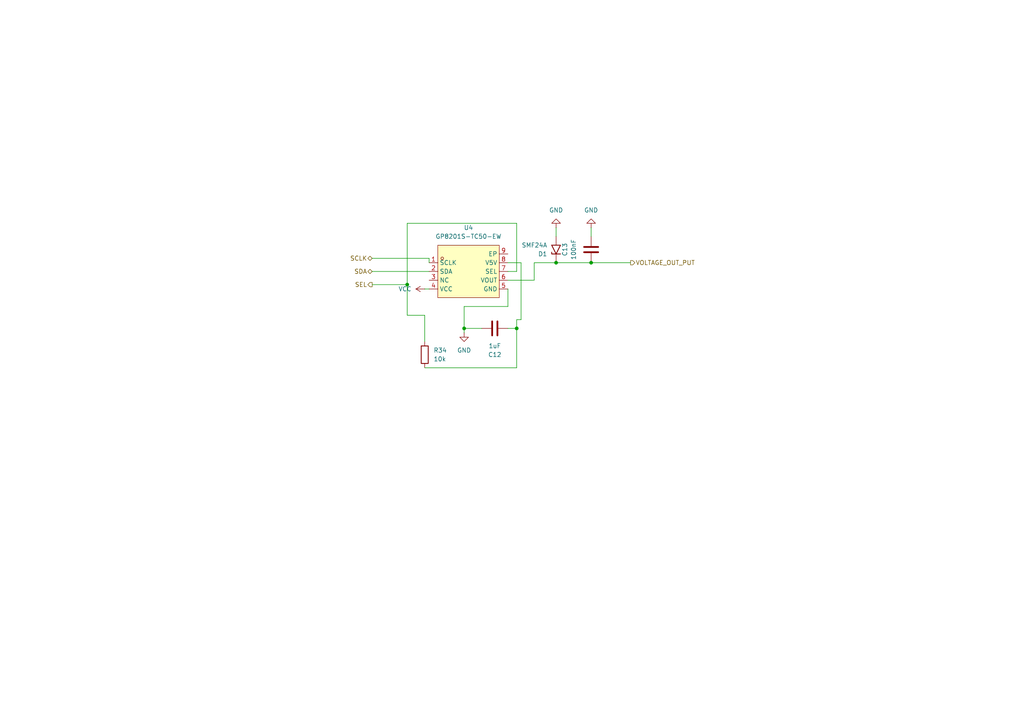
<source format=kicad_sch>
(kicad_sch
	(version 20250114)
	(generator "eeschema")
	(generator_version "9.0")
	(uuid "fa7e2a1f-5336-4079-a061-fb53b45f2363")
	(paper "A4")
	(lib_symbols
		(symbol "Device:C"
			(pin_numbers
				(hide yes)
			)
			(pin_names
				(offset 0.254)
			)
			(exclude_from_sim no)
			(in_bom yes)
			(on_board yes)
			(property "Reference" "C"
				(at 0.635 2.54 0)
				(effects
					(font
						(size 1.27 1.27)
					)
					(justify left)
				)
			)
			(property "Value" "C"
				(at 0.635 -2.54 0)
				(effects
					(font
						(size 1.27 1.27)
					)
					(justify left)
				)
			)
			(property "Footprint" ""
				(at 0.9652 -3.81 0)
				(effects
					(font
						(size 1.27 1.27)
					)
					(hide yes)
				)
			)
			(property "Datasheet" "~"
				(at 0 0 0)
				(effects
					(font
						(size 1.27 1.27)
					)
					(hide yes)
				)
			)
			(property "Description" "Unpolarized capacitor"
				(at 0 0 0)
				(effects
					(font
						(size 1.27 1.27)
					)
					(hide yes)
				)
			)
			(property "ki_keywords" "cap capacitor"
				(at 0 0 0)
				(effects
					(font
						(size 1.27 1.27)
					)
					(hide yes)
				)
			)
			(property "ki_fp_filters" "C_*"
				(at 0 0 0)
				(effects
					(font
						(size 1.27 1.27)
					)
					(hide yes)
				)
			)
			(symbol "C_0_1"
				(polyline
					(pts
						(xy -2.032 0.762) (xy 2.032 0.762)
					)
					(stroke
						(width 0.508)
						(type default)
					)
					(fill
						(type none)
					)
				)
				(polyline
					(pts
						(xy -2.032 -0.762) (xy 2.032 -0.762)
					)
					(stroke
						(width 0.508)
						(type default)
					)
					(fill
						(type none)
					)
				)
			)
			(symbol "C_1_1"
				(pin passive line
					(at 0 3.81 270)
					(length 2.794)
					(name "~"
						(effects
							(font
								(size 1.27 1.27)
							)
						)
					)
					(number "1"
						(effects
							(font
								(size 1.27 1.27)
							)
						)
					)
				)
				(pin passive line
					(at 0 -3.81 90)
					(length 2.794)
					(name "~"
						(effects
							(font
								(size 1.27 1.27)
							)
						)
					)
					(number "2"
						(effects
							(font
								(size 1.27 1.27)
							)
						)
					)
				)
			)
			(embedded_fonts no)
		)
		(symbol "Device:R"
			(pin_numbers
				(hide yes)
			)
			(pin_names
				(offset 0)
			)
			(exclude_from_sim no)
			(in_bom yes)
			(on_board yes)
			(property "Reference" "R"
				(at 2.032 0 90)
				(effects
					(font
						(size 1.27 1.27)
					)
				)
			)
			(property "Value" "R"
				(at 0 0 90)
				(effects
					(font
						(size 1.27 1.27)
					)
				)
			)
			(property "Footprint" ""
				(at -1.778 0 90)
				(effects
					(font
						(size 1.27 1.27)
					)
					(hide yes)
				)
			)
			(property "Datasheet" "~"
				(at 0 0 0)
				(effects
					(font
						(size 1.27 1.27)
					)
					(hide yes)
				)
			)
			(property "Description" "Resistor"
				(at 0 0 0)
				(effects
					(font
						(size 1.27 1.27)
					)
					(hide yes)
				)
			)
			(property "ki_keywords" "R res resistor"
				(at 0 0 0)
				(effects
					(font
						(size 1.27 1.27)
					)
					(hide yes)
				)
			)
			(property "ki_fp_filters" "R_*"
				(at 0 0 0)
				(effects
					(font
						(size 1.27 1.27)
					)
					(hide yes)
				)
			)
			(symbol "R_0_1"
				(rectangle
					(start -1.016 -2.54)
					(end 1.016 2.54)
					(stroke
						(width 0.254)
						(type default)
					)
					(fill
						(type none)
					)
				)
			)
			(symbol "R_1_1"
				(pin passive line
					(at 0 3.81 270)
					(length 1.27)
					(name "~"
						(effects
							(font
								(size 1.27 1.27)
							)
						)
					)
					(number "1"
						(effects
							(font
								(size 1.27 1.27)
							)
						)
					)
				)
				(pin passive line
					(at 0 -3.81 90)
					(length 1.27)
					(name "~"
						(effects
							(font
								(size 1.27 1.27)
							)
						)
					)
					(number "2"
						(effects
							(font
								(size 1.27 1.27)
							)
						)
					)
				)
			)
			(embedded_fonts no)
		)
		(symbol "Diode:SMF24A"
			(pin_numbers
				(hide yes)
			)
			(pin_names
				(offset 1.016)
				(hide yes)
			)
			(exclude_from_sim no)
			(in_bom yes)
			(on_board yes)
			(property "Reference" "D"
				(at 0 2.54 0)
				(effects
					(font
						(size 1.27 1.27)
					)
				)
			)
			(property "Value" "SMF24A"
				(at 0 -2.54 0)
				(effects
					(font
						(size 1.27 1.27)
					)
				)
			)
			(property "Footprint" "Diode_SMD:D_SMF"
				(at 0 -5.08 0)
				(effects
					(font
						(size 1.27 1.27)
					)
					(hide yes)
				)
			)
			(property "Datasheet" "https://www.vishay.com/doc?85881"
				(at -1.27 0 0)
				(effects
					(font
						(size 1.27 1.27)
					)
					(hide yes)
				)
			)
			(property "Description" "200W unidirectional Transil Transient Voltage Suppressor, 24Vrwm, SMF"
				(at 0 0 0)
				(effects
					(font
						(size 1.27 1.27)
					)
					(hide yes)
				)
			)
			(property "ki_keywords" "diode TVS voltage suppressor"
				(at 0 0 0)
				(effects
					(font
						(size 1.27 1.27)
					)
					(hide yes)
				)
			)
			(property "ki_fp_filters" "D*SMF*"
				(at 0 0 0)
				(effects
					(font
						(size 1.27 1.27)
					)
					(hide yes)
				)
			)
			(symbol "SMF24A_0_1"
				(polyline
					(pts
						(xy -0.762 1.27) (xy -1.27 1.27) (xy -1.27 -1.27)
					)
					(stroke
						(width 0.254)
						(type default)
					)
					(fill
						(type none)
					)
				)
				(polyline
					(pts
						(xy 1.27 1.27) (xy 1.27 -1.27) (xy -1.27 0) (xy 1.27 1.27)
					)
					(stroke
						(width 0.254)
						(type default)
					)
					(fill
						(type none)
					)
				)
			)
			(symbol "SMF24A_1_1"
				(pin passive line
					(at -3.81 0 0)
					(length 2.54)
					(name "A1"
						(effects
							(font
								(size 1.27 1.27)
							)
						)
					)
					(number "1"
						(effects
							(font
								(size 1.27 1.27)
							)
						)
					)
				)
				(pin passive line
					(at 3.81 0 180)
					(length 2.54)
					(name "A2"
						(effects
							(font
								(size 1.27 1.27)
							)
						)
					)
					(number "2"
						(effects
							(font
								(size 1.27 1.27)
							)
						)
					)
				)
			)
			(embedded_fonts no)
		)
		(symbol "easyeda2kicad:GP8201S-TC50-EW"
			(exclude_from_sim no)
			(in_bom yes)
			(on_board yes)
			(property "Reference" "U"
				(at 0 10.16 0)
				(effects
					(font
						(size 1.27 1.27)
					)
				)
			)
			(property "Value" "GP8201S-TC50-EW"
				(at 0 -10.16 0)
				(effects
					(font
						(size 1.27 1.27)
					)
				)
			)
			(property "Footprint" "easyeda2kicad:ESOP-8_L4.9-W3.9-P1.27-LS6.0-BL-EP"
				(at 0 -12.7 0)
				(effects
					(font
						(size 1.27 1.27)
					)
					(hide yes)
				)
			)
			(property "Datasheet" ""
				(at 0 0 0)
				(effects
					(font
						(size 1.27 1.27)
					)
					(hide yes)
				)
			)
			(property "Description" ""
				(at 0 0 0)
				(effects
					(font
						(size 1.27 1.27)
					)
					(hide yes)
				)
			)
			(property "LCSC Part" "C5240058"
				(at 0 -15.24 0)
				(effects
					(font
						(size 1.27 1.27)
					)
					(hide yes)
				)
			)
			(symbol "GP8201S-TC50-EW_0_1"
				(rectangle
					(start -8.89 7.62)
					(end 8.89 -7.62)
					(stroke
						(width 0)
						(type default)
					)
					(fill
						(type background)
					)
				)
				(circle
					(center -7.62 3.81)
					(radius 0.38)
					(stroke
						(width 0)
						(type default)
					)
					(fill
						(type none)
					)
				)
				(pin unspecified line
					(at -11.43 2.54 0)
					(length 2.54)
					(name "SCLK"
						(effects
							(font
								(size 1.27 1.27)
							)
						)
					)
					(number "1"
						(effects
							(font
								(size 1.27 1.27)
							)
						)
					)
				)
				(pin unspecified line
					(at -11.43 0 0)
					(length 2.54)
					(name "SDA"
						(effects
							(font
								(size 1.27 1.27)
							)
						)
					)
					(number "2"
						(effects
							(font
								(size 1.27 1.27)
							)
						)
					)
				)
				(pin unspecified line
					(at -11.43 -2.54 0)
					(length 2.54)
					(name "NC"
						(effects
							(font
								(size 1.27 1.27)
							)
						)
					)
					(number "3"
						(effects
							(font
								(size 1.27 1.27)
							)
						)
					)
				)
				(pin unspecified line
					(at -11.43 -5.08 0)
					(length 2.54)
					(name "VCC"
						(effects
							(font
								(size 1.27 1.27)
							)
						)
					)
					(number "4"
						(effects
							(font
								(size 1.27 1.27)
							)
						)
					)
				)
				(pin unspecified line
					(at 11.43 5.08 180)
					(length 2.54)
					(name "EP"
						(effects
							(font
								(size 1.27 1.27)
							)
						)
					)
					(number "9"
						(effects
							(font
								(size 1.27 1.27)
							)
						)
					)
				)
				(pin unspecified line
					(at 11.43 2.54 180)
					(length 2.54)
					(name "V5V"
						(effects
							(font
								(size 1.27 1.27)
							)
						)
					)
					(number "8"
						(effects
							(font
								(size 1.27 1.27)
							)
						)
					)
				)
				(pin unspecified line
					(at 11.43 0 180)
					(length 2.54)
					(name "SEL"
						(effects
							(font
								(size 1.27 1.27)
							)
						)
					)
					(number "7"
						(effects
							(font
								(size 1.27 1.27)
							)
						)
					)
				)
				(pin unspecified line
					(at 11.43 -2.54 180)
					(length 2.54)
					(name "VOUT"
						(effects
							(font
								(size 1.27 1.27)
							)
						)
					)
					(number "6"
						(effects
							(font
								(size 1.27 1.27)
							)
						)
					)
				)
				(pin unspecified line
					(at 11.43 -5.08 180)
					(length 2.54)
					(name "GND"
						(effects
							(font
								(size 1.27 1.27)
							)
						)
					)
					(number "5"
						(effects
							(font
								(size 1.27 1.27)
							)
						)
					)
				)
			)
			(embedded_fonts no)
		)
		(symbol "power:GND"
			(power)
			(pin_numbers
				(hide yes)
			)
			(pin_names
				(offset 0)
				(hide yes)
			)
			(exclude_from_sim no)
			(in_bom yes)
			(on_board yes)
			(property "Reference" "#PWR"
				(at 0 -6.35 0)
				(effects
					(font
						(size 1.27 1.27)
					)
					(hide yes)
				)
			)
			(property "Value" "GND"
				(at 0 -3.81 0)
				(effects
					(font
						(size 1.27 1.27)
					)
				)
			)
			(property "Footprint" ""
				(at 0 0 0)
				(effects
					(font
						(size 1.27 1.27)
					)
					(hide yes)
				)
			)
			(property "Datasheet" ""
				(at 0 0 0)
				(effects
					(font
						(size 1.27 1.27)
					)
					(hide yes)
				)
			)
			(property "Description" "Power symbol creates a global label with name \"GND\" , ground"
				(at 0 0 0)
				(effects
					(font
						(size 1.27 1.27)
					)
					(hide yes)
				)
			)
			(property "ki_keywords" "global power"
				(at 0 0 0)
				(effects
					(font
						(size 1.27 1.27)
					)
					(hide yes)
				)
			)
			(symbol "GND_0_1"
				(polyline
					(pts
						(xy 0 0) (xy 0 -1.27) (xy 1.27 -1.27) (xy 0 -2.54) (xy -1.27 -1.27) (xy 0 -1.27)
					)
					(stroke
						(width 0)
						(type default)
					)
					(fill
						(type none)
					)
				)
			)
			(symbol "GND_1_1"
				(pin power_in line
					(at 0 0 270)
					(length 0)
					(name "~"
						(effects
							(font
								(size 1.27 1.27)
							)
						)
					)
					(number "1"
						(effects
							(font
								(size 1.27 1.27)
							)
						)
					)
				)
			)
			(embedded_fonts no)
		)
		(symbol "power:VCC"
			(power)
			(pin_numbers
				(hide yes)
			)
			(pin_names
				(offset 0)
				(hide yes)
			)
			(exclude_from_sim no)
			(in_bom yes)
			(on_board yes)
			(property "Reference" "#PWR"
				(at 0 -3.81 0)
				(effects
					(font
						(size 1.27 1.27)
					)
					(hide yes)
				)
			)
			(property "Value" "VCC"
				(at 0 3.556 0)
				(effects
					(font
						(size 1.27 1.27)
					)
				)
			)
			(property "Footprint" ""
				(at 0 0 0)
				(effects
					(font
						(size 1.27 1.27)
					)
					(hide yes)
				)
			)
			(property "Datasheet" ""
				(at 0 0 0)
				(effects
					(font
						(size 1.27 1.27)
					)
					(hide yes)
				)
			)
			(property "Description" "Power symbol creates a global label with name \"VCC\""
				(at 0 0 0)
				(effects
					(font
						(size 1.27 1.27)
					)
					(hide yes)
				)
			)
			(property "ki_keywords" "global power"
				(at 0 0 0)
				(effects
					(font
						(size 1.27 1.27)
					)
					(hide yes)
				)
			)
			(symbol "VCC_0_1"
				(polyline
					(pts
						(xy -0.762 1.27) (xy 0 2.54)
					)
					(stroke
						(width 0)
						(type default)
					)
					(fill
						(type none)
					)
				)
				(polyline
					(pts
						(xy 0 2.54) (xy 0.762 1.27)
					)
					(stroke
						(width 0)
						(type default)
					)
					(fill
						(type none)
					)
				)
				(polyline
					(pts
						(xy 0 0) (xy 0 2.54)
					)
					(stroke
						(width 0)
						(type default)
					)
					(fill
						(type none)
					)
				)
			)
			(symbol "VCC_1_1"
				(pin power_in line
					(at 0 0 90)
					(length 0)
					(name "~"
						(effects
							(font
								(size 1.27 1.27)
							)
						)
					)
					(number "1"
						(effects
							(font
								(size 1.27 1.27)
							)
						)
					)
				)
			)
			(embedded_fonts no)
		)
	)
	(junction
		(at 134.62 95.25)
		(diameter 0)
		(color 0 0 0 0)
		(uuid "265c70d7-3ae4-48b8-91c5-c4793578b0c1")
	)
	(junction
		(at 161.29 76.2)
		(diameter 0)
		(color 0 0 0 0)
		(uuid "56482499-12c4-47ea-b910-2b3f4abde378")
	)
	(junction
		(at 171.45 76.2)
		(diameter 0)
		(color 0 0 0 0)
		(uuid "6dc8dea1-10ce-4af5-abf5-67a8399a08e8")
	)
	(junction
		(at 118.11 82.55)
		(diameter 0)
		(color 0 0 0 0)
		(uuid "8b4cf018-ee31-4a0a-9c25-90f86501a962")
	)
	(junction
		(at 149.86 95.25)
		(diameter 0)
		(color 0 0 0 0)
		(uuid "fc242f7d-22f1-4e48-b847-a34ce7fdd8a0")
	)
	(wire
		(pts
			(xy 123.19 99.06) (xy 123.19 91.44)
		)
		(stroke
			(width 0)
			(type default)
		)
		(uuid "07a52169-a01b-401a-a1d7-5805a346cae0")
	)
	(wire
		(pts
			(xy 171.45 76.2) (xy 161.29 76.2)
		)
		(stroke
			(width 0)
			(type default)
		)
		(uuid "0b3ba220-f9ae-40eb-925a-b4816a4cd9ff")
	)
	(wire
		(pts
			(xy 123.19 91.44) (xy 118.11 91.44)
		)
		(stroke
			(width 0)
			(type default)
		)
		(uuid "1550781d-d2a0-40c4-b1b3-c7a663b5a04f")
	)
	(wire
		(pts
			(xy 124.46 74.93) (xy 124.46 76.2)
		)
		(stroke
			(width 0)
			(type default)
		)
		(uuid "16f4415a-ee24-43eb-9fc4-fbd76fc22137")
	)
	(wire
		(pts
			(xy 107.95 78.74) (xy 124.46 78.74)
		)
		(stroke
			(width 0)
			(type default)
		)
		(uuid "233f10fe-e6c9-4ec0-b0ac-8ec19b422e12")
	)
	(wire
		(pts
			(xy 147.32 78.74) (xy 149.86 78.74)
		)
		(stroke
			(width 0)
			(type default)
		)
		(uuid "3619272b-ffce-4deb-8767-314c5eb06222")
	)
	(wire
		(pts
			(xy 118.11 64.77) (xy 118.11 82.55)
		)
		(stroke
			(width 0)
			(type default)
		)
		(uuid "440b2f45-0362-42d9-a6d5-48e56d68aa61")
	)
	(wire
		(pts
			(xy 123.19 83.82) (xy 124.46 83.82)
		)
		(stroke
			(width 0)
			(type default)
		)
		(uuid "4c05b589-213c-4a24-a2f7-35b12dba4db2")
	)
	(wire
		(pts
			(xy 134.62 95.25) (xy 139.7 95.25)
		)
		(stroke
			(width 0)
			(type default)
		)
		(uuid "51a8b2eb-d2dd-4a53-889f-9afad0da8040")
	)
	(wire
		(pts
			(xy 107.95 74.93) (xy 124.46 74.93)
		)
		(stroke
			(width 0)
			(type default)
		)
		(uuid "56257806-d901-4c8f-8e0a-65fa4c3fa7f0")
	)
	(wire
		(pts
			(xy 134.62 95.25) (xy 134.62 96.52)
		)
		(stroke
			(width 0)
			(type default)
		)
		(uuid "56d6f1a5-90fa-4a04-bf5c-5c376e14327d")
	)
	(wire
		(pts
			(xy 151.13 92.71) (xy 149.86 92.71)
		)
		(stroke
			(width 0)
			(type default)
		)
		(uuid "5a6f5f17-5b2d-4252-99b9-e1435f040791")
	)
	(wire
		(pts
			(xy 154.94 76.2) (xy 161.29 76.2)
		)
		(stroke
			(width 0)
			(type default)
		)
		(uuid "5b49f258-87f1-4e3f-b022-4e519e61d0bf")
	)
	(wire
		(pts
			(xy 147.32 76.2) (xy 151.13 76.2)
		)
		(stroke
			(width 0)
			(type default)
		)
		(uuid "6409fcca-6ea7-4b8c-b4ee-41f40b79cbb0")
	)
	(wire
		(pts
			(xy 154.94 81.28) (xy 154.94 76.2)
		)
		(stroke
			(width 0)
			(type default)
		)
		(uuid "6825babc-f29e-4bfc-b1df-5d277d497183")
	)
	(wire
		(pts
			(xy 149.86 95.25) (xy 149.86 106.68)
		)
		(stroke
			(width 0)
			(type default)
		)
		(uuid "6d7f798f-d0f4-4002-861f-795de1736fdc")
	)
	(wire
		(pts
			(xy 171.45 76.2) (xy 182.88 76.2)
		)
		(stroke
			(width 0)
			(type default)
		)
		(uuid "704013f4-a974-40ba-97f7-d3af4606d128")
	)
	(wire
		(pts
			(xy 149.86 78.74) (xy 149.86 64.77)
		)
		(stroke
			(width 0)
			(type default)
		)
		(uuid "80d86492-98d4-437e-a85a-1ccdeee2cba3")
	)
	(wire
		(pts
			(xy 149.86 64.77) (xy 118.11 64.77)
		)
		(stroke
			(width 0)
			(type default)
		)
		(uuid "906f2070-2754-47ab-95f4-7c05083b9b8e")
	)
	(wire
		(pts
			(xy 118.11 82.55) (xy 107.95 82.55)
		)
		(stroke
			(width 0)
			(type default)
		)
		(uuid "90bff5db-d2c9-4a4e-a188-01459849fea7")
	)
	(wire
		(pts
			(xy 118.11 91.44) (xy 118.11 82.55)
		)
		(stroke
			(width 0)
			(type default)
		)
		(uuid "9262e56a-733c-440f-ae21-a0df23e45c8b")
	)
	(wire
		(pts
			(xy 147.32 95.25) (xy 149.86 95.25)
		)
		(stroke
			(width 0)
			(type default)
		)
		(uuid "96ca1f1e-0880-43cf-898d-581c7221af5f")
	)
	(wire
		(pts
			(xy 161.29 68.58) (xy 161.29 66.04)
		)
		(stroke
			(width 0)
			(type default)
		)
		(uuid "a44dbefa-fa29-4ac8-b49d-12838ce2919b")
	)
	(wire
		(pts
			(xy 123.19 106.68) (xy 149.86 106.68)
		)
		(stroke
			(width 0)
			(type default)
		)
		(uuid "a7bf3565-31e1-4f22-bbad-a450be628908")
	)
	(wire
		(pts
			(xy 134.62 88.9) (xy 134.62 95.25)
		)
		(stroke
			(width 0)
			(type default)
		)
		(uuid "a82dd4fa-e7df-4811-9d44-d35209afbc4e")
	)
	(wire
		(pts
			(xy 147.32 83.82) (xy 147.32 88.9)
		)
		(stroke
			(width 0)
			(type default)
		)
		(uuid "b25b259a-cfa2-4ec8-b142-920e50e319ae")
	)
	(wire
		(pts
			(xy 134.62 88.9) (xy 147.32 88.9)
		)
		(stroke
			(width 0)
			(type default)
		)
		(uuid "b77b5b2d-58f4-46df-b0c1-b18dbd585d85")
	)
	(wire
		(pts
			(xy 147.32 81.28) (xy 154.94 81.28)
		)
		(stroke
			(width 0)
			(type default)
		)
		(uuid "bc7fe003-c8c7-49a5-98f0-1adbb30d3e41")
	)
	(wire
		(pts
			(xy 151.13 76.2) (xy 151.13 92.71)
		)
		(stroke
			(width 0)
			(type default)
		)
		(uuid "c2c6a4ac-8b33-4f7d-aed0-34b1cea9757e")
	)
	(wire
		(pts
			(xy 171.45 68.58) (xy 171.45 66.04)
		)
		(stroke
			(width 0)
			(type default)
		)
		(uuid "ca3ecc29-8aee-4c69-b451-e5226eae3a3d")
	)
	(wire
		(pts
			(xy 149.86 92.71) (xy 149.86 95.25)
		)
		(stroke
			(width 0)
			(type default)
		)
		(uuid "d364f0b6-b595-4cca-a457-039a9af3a249")
	)
	(hierarchical_label "VOLTAGE_OUT_PUT"
		(shape output)
		(at 182.88 76.2 0)
		(effects
			(font
				(size 1.27 1.27)
			)
			(justify left)
		)
		(uuid "2dffbdf9-74f6-4a9a-90b5-5fc2ac3a7581")
	)
	(hierarchical_label "SEL"
		(shape output)
		(at 107.95 82.55 180)
		(effects
			(font
				(size 1.27 1.27)
			)
			(justify right)
		)
		(uuid "77a073ae-aa18-40d9-87cf-1d9ec6bd8856")
	)
	(hierarchical_label "SCLK"
		(shape bidirectional)
		(at 107.95 74.93 180)
		(effects
			(font
				(size 1.27 1.27)
			)
			(justify right)
		)
		(uuid "abd463f8-fd7d-4721-bd8a-29ed45bd0846")
	)
	(hierarchical_label "SDA"
		(shape bidirectional)
		(at 107.95 78.74 180)
		(effects
			(font
				(size 1.27 1.27)
			)
			(justify right)
		)
		(uuid "efd470ed-541c-4107-aa57-47fa493ff302")
	)
	(symbol
		(lib_id "power:GND")
		(at 134.62 96.52 0)
		(unit 1)
		(exclude_from_sim no)
		(in_bom yes)
		(on_board yes)
		(dnp no)
		(fields_autoplaced yes)
		(uuid "0d36b151-1690-4e53-ac0a-4b56dace1e06")
		(property "Reference" "#PWR064"
			(at 134.62 102.87 0)
			(effects
				(font
					(size 1.27 1.27)
				)
				(hide yes)
			)
		)
		(property "Value" "GND"
			(at 134.62 101.6 0)
			(effects
				(font
					(size 1.27 1.27)
				)
			)
		)
		(property "Footprint" ""
			(at 134.62 96.52 0)
			(effects
				(font
					(size 1.27 1.27)
				)
				(hide yes)
			)
		)
		(property "Datasheet" ""
			(at 134.62 96.52 0)
			(effects
				(font
					(size 1.27 1.27)
				)
				(hide yes)
			)
		)
		(property "Description" "Power symbol creates a global label with name \"GND\" , ground"
			(at 134.62 96.52 0)
			(effects
				(font
					(size 1.27 1.27)
				)
				(hide yes)
			)
		)
		(pin "1"
			(uuid "6ae02edb-08f9-405c-a30d-29f52d2ca84d")
		)
		(instances
			(project "NIVARA PROJECT"
				(path "/dc6fb271-dfd0-4448-98f1-862b1cc93a80/2ca62569-d560-4cca-9470-52fd378086ae/4c56bdff-2384-434c-a91f-ac1414e948f2"
					(reference "#PWR064")
					(unit 1)
				)
			)
		)
	)
	(symbol
		(lib_id "easyeda2kicad:GP8201S-TC50-EW")
		(at 135.89 78.74 0)
		(unit 1)
		(exclude_from_sim no)
		(in_bom yes)
		(on_board yes)
		(dnp no)
		(fields_autoplaced yes)
		(uuid "0ead224c-e13a-43bc-81b4-9d60703df71e")
		(property "Reference" "U4"
			(at 135.89 66.04 0)
			(effects
				(font
					(size 1.27 1.27)
				)
			)
		)
		(property "Value" "GP8201S-TC50-EW"
			(at 135.89 68.58 0)
			(effects
				(font
					(size 1.27 1.27)
				)
			)
		)
		(property "Footprint" "easyeda2kicad:ESOP-8_L4.9-W3.9-P1.27-LS6.0-BL-EP"
			(at 135.89 91.44 0)
			(effects
				(font
					(size 1.27 1.27)
				)
				(hide yes)
			)
		)
		(property "Datasheet" ""
			(at 135.89 78.74 0)
			(effects
				(font
					(size 1.27 1.27)
				)
				(hide yes)
			)
		)
		(property "Description" ""
			(at 135.89 78.74 0)
			(effects
				(font
					(size 1.27 1.27)
				)
				(hide yes)
			)
		)
		(property "LCSC Part" "C5240058"
			(at 135.89 93.98 0)
			(effects
				(font
					(size 1.27 1.27)
				)
				(hide yes)
			)
		)
		(pin "4"
			(uuid "30cc1f83-fa89-4e4e-8ba2-2ea4ec5ca05b")
		)
		(pin "9"
			(uuid "3ea8a7b0-1e34-41fe-adaf-d0c79d30c7ce")
		)
		(pin "5"
			(uuid "0a0209d1-80ff-4a98-9820-d9884428fd1e")
		)
		(pin "3"
			(uuid "31885394-625e-45cc-b0b9-ec615964ea2a")
		)
		(pin "7"
			(uuid "47163a5b-5808-44b7-8e74-fc362ebe9c74")
		)
		(pin "6"
			(uuid "06143288-dc59-4795-8be6-55b606c28657")
		)
		(pin "1"
			(uuid "146f2f9d-5ea7-499b-b916-6c47132445a2")
		)
		(pin "8"
			(uuid "095e9530-9138-4eb6-a486-a0cef9e1ba19")
		)
		(pin "2"
			(uuid "e4dd42b9-d1dd-417f-b2e1-b75f526db3a4")
		)
		(instances
			(project ""
				(path "/dc6fb271-dfd0-4448-98f1-862b1cc93a80/2ca62569-d560-4cca-9470-52fd378086ae/4c56bdff-2384-434c-a91f-ac1414e948f2"
					(reference "U4")
					(unit 1)
				)
			)
		)
	)
	(symbol
		(lib_id "power:GND")
		(at 171.45 66.04 180)
		(unit 1)
		(exclude_from_sim no)
		(in_bom yes)
		(on_board yes)
		(dnp no)
		(fields_autoplaced yes)
		(uuid "25271649-edc0-445f-a390-d10ccf341085")
		(property "Reference" "#PWR066"
			(at 171.45 59.69 0)
			(effects
				(font
					(size 1.27 1.27)
				)
				(hide yes)
			)
		)
		(property "Value" "GND"
			(at 171.45 60.96 0)
			(effects
				(font
					(size 1.27 1.27)
				)
			)
		)
		(property "Footprint" ""
			(at 171.45 66.04 0)
			(effects
				(font
					(size 1.27 1.27)
				)
				(hide yes)
			)
		)
		(property "Datasheet" ""
			(at 171.45 66.04 0)
			(effects
				(font
					(size 1.27 1.27)
				)
				(hide yes)
			)
		)
		(property "Description" "Power symbol creates a global label with name \"GND\" , ground"
			(at 171.45 66.04 0)
			(effects
				(font
					(size 1.27 1.27)
				)
				(hide yes)
			)
		)
		(pin "1"
			(uuid "66c059af-cbc3-44e5-8ebe-eae55ede84ea")
		)
		(instances
			(project "NIVARA PROJECT"
				(path "/dc6fb271-dfd0-4448-98f1-862b1cc93a80/2ca62569-d560-4cca-9470-52fd378086ae/4c56bdff-2384-434c-a91f-ac1414e948f2"
					(reference "#PWR066")
					(unit 1)
				)
			)
		)
	)
	(symbol
		(lib_id "power:GND")
		(at 161.29 66.04 180)
		(unit 1)
		(exclude_from_sim no)
		(in_bom yes)
		(on_board yes)
		(dnp no)
		(fields_autoplaced yes)
		(uuid "662b6e9a-245d-4a1f-b92b-f2a9faa0457a")
		(property "Reference" "#PWR065"
			(at 161.29 59.69 0)
			(effects
				(font
					(size 1.27 1.27)
				)
				(hide yes)
			)
		)
		(property "Value" "GND"
			(at 161.29 60.96 0)
			(effects
				(font
					(size 1.27 1.27)
				)
			)
		)
		(property "Footprint" ""
			(at 161.29 66.04 0)
			(effects
				(font
					(size 1.27 1.27)
				)
				(hide yes)
			)
		)
		(property "Datasheet" ""
			(at 161.29 66.04 0)
			(effects
				(font
					(size 1.27 1.27)
				)
				(hide yes)
			)
		)
		(property "Description" "Power symbol creates a global label with name \"GND\" , ground"
			(at 161.29 66.04 0)
			(effects
				(font
					(size 1.27 1.27)
				)
				(hide yes)
			)
		)
		(pin "1"
			(uuid "21e7dea8-dc65-49ba-b955-ef1b8542ed03")
		)
		(instances
			(project "NIVARA PROJECT"
				(path "/dc6fb271-dfd0-4448-98f1-862b1cc93a80/2ca62569-d560-4cca-9470-52fd378086ae/4c56bdff-2384-434c-a91f-ac1414e948f2"
					(reference "#PWR065")
					(unit 1)
				)
			)
		)
	)
	(symbol
		(lib_id "Diode:SMF24A")
		(at 161.29 72.39 90)
		(unit 1)
		(exclude_from_sim no)
		(in_bom yes)
		(on_board yes)
		(dnp no)
		(fields_autoplaced yes)
		(uuid "70958a0c-14cd-498d-96c7-6784d8276f5e")
		(property "Reference" "D1"
			(at 158.75 73.6601 90)
			(effects
				(font
					(size 1.27 1.27)
				)
				(justify left)
			)
		)
		(property "Value" "SMF24A"
			(at 158.75 71.1201 90)
			(effects
				(font
					(size 1.27 1.27)
				)
				(justify left)
			)
		)
		(property "Footprint" "Diode_SMD:D_SMF"
			(at 166.37 72.39 0)
			(effects
				(font
					(size 1.27 1.27)
				)
				(hide yes)
			)
		)
		(property "Datasheet" "https://www.vishay.com/doc?85881"
			(at 161.29 73.66 0)
			(effects
				(font
					(size 1.27 1.27)
				)
				(hide yes)
			)
		)
		(property "Description" "200W unidirectional Transil Transient Voltage Suppressor, 24Vrwm, SMF"
			(at 161.29 72.39 0)
			(effects
				(font
					(size 1.27 1.27)
				)
				(hide yes)
			)
		)
		(property "LCSC#" "C7495269"
			(at 161.29 72.39 90)
			(effects
				(font
					(size 1.27 1.27)
				)
				(hide yes)
			)
		)
		(pin "1"
			(uuid "5d6114e7-4d01-46e9-b6f8-13b34735f7d8")
		)
		(pin "2"
			(uuid "20826ab0-bcd0-4e56-a872-7397b8be6b21")
		)
		(instances
			(project "NIVARA PROJECT"
				(path "/dc6fb271-dfd0-4448-98f1-862b1cc93a80/2ca62569-d560-4cca-9470-52fd378086ae/4c56bdff-2384-434c-a91f-ac1414e948f2"
					(reference "D1")
					(unit 1)
				)
			)
		)
	)
	(symbol
		(lib_id "power:VCC")
		(at 123.19 83.82 90)
		(unit 1)
		(exclude_from_sim no)
		(in_bom yes)
		(on_board yes)
		(dnp no)
		(fields_autoplaced yes)
		(uuid "984f35db-8216-4163-8efb-68523f728843")
		(property "Reference" "#PWR016"
			(at 127 83.82 0)
			(effects
				(font
					(size 1.27 1.27)
				)
				(hide yes)
			)
		)
		(property "Value" "VCC"
			(at 119.38 83.8199 90)
			(effects
				(font
					(size 1.27 1.27)
				)
				(justify left)
			)
		)
		(property "Footprint" ""
			(at 123.19 83.82 0)
			(effects
				(font
					(size 1.27 1.27)
				)
				(hide yes)
			)
		)
		(property "Datasheet" ""
			(at 123.19 83.82 0)
			(effects
				(font
					(size 1.27 1.27)
				)
				(hide yes)
			)
		)
		(property "Description" "Power symbol creates a global label with name \"VCC\""
			(at 123.19 83.82 0)
			(effects
				(font
					(size 1.27 1.27)
				)
				(hide yes)
			)
		)
		(pin "1"
			(uuid "7f0fb24b-a298-4099-8c31-230494db9280")
		)
		(instances
			(project ""
				(path "/dc6fb271-dfd0-4448-98f1-862b1cc93a80/2ca62569-d560-4cca-9470-52fd378086ae/4c56bdff-2384-434c-a91f-ac1414e948f2"
					(reference "#PWR016")
					(unit 1)
				)
			)
		)
	)
	(symbol
		(lib_id "Device:R")
		(at 123.19 102.87 180)
		(unit 1)
		(exclude_from_sim no)
		(in_bom yes)
		(on_board yes)
		(dnp no)
		(fields_autoplaced yes)
		(uuid "a233164b-fcdc-4d17-8da8-bf265ffd32dd")
		(property "Reference" "R34"
			(at 125.73 101.5999 0)
			(effects
				(font
					(size 1.27 1.27)
				)
				(justify right)
			)
		)
		(property "Value" "10k"
			(at 125.73 104.1399 0)
			(effects
				(font
					(size 1.27 1.27)
				)
				(justify right)
			)
		)
		(property "Footprint" "PCM_Resistor_SMD_AKL:R_0603_1608Metric"
			(at 124.968 102.87 90)
			(effects
				(font
					(size 1.27 1.27)
				)
				(hide yes)
			)
		)
		(property "Datasheet" "~"
			(at 123.19 102.87 0)
			(effects
				(font
					(size 1.27 1.27)
				)
				(hide yes)
			)
		)
		(property "Description" "Resistor"
			(at 123.19 102.87 0)
			(effects
				(font
					(size 1.27 1.27)
				)
				(hide yes)
			)
		)
		(pin "2"
			(uuid "81a7fdfc-dd49-43db-b6f1-d2cced71025b")
		)
		(pin "1"
			(uuid "1d07b5c9-e5b7-405d-a3c7-87a1f91ef58b")
		)
		(instances
			(project "NIVARA PROJECT"
				(path "/dc6fb271-dfd0-4448-98f1-862b1cc93a80/2ca62569-d560-4cca-9470-52fd378086ae/4c56bdff-2384-434c-a91f-ac1414e948f2"
					(reference "R34")
					(unit 1)
				)
			)
		)
	)
	(symbol
		(lib_id "Device:C")
		(at 171.45 72.39 0)
		(unit 1)
		(exclude_from_sim no)
		(in_bom yes)
		(on_board yes)
		(dnp no)
		(uuid "a3a56231-f733-49af-9798-7460c1d7c22c")
		(property "Reference" "C13"
			(at 163.83 72.39 90)
			(effects
				(font
					(size 1.27 1.27)
				)
			)
		)
		(property "Value" "100nF"
			(at 166.37 72.39 90)
			(effects
				(font
					(size 1.27 1.27)
				)
			)
		)
		(property "Footprint" "PCM_Capacitor_SMD_AKL:C_0603_1608Metric"
			(at 172.4152 76.2 0)
			(effects
				(font
					(size 1.27 1.27)
				)
				(hide yes)
			)
		)
		(property "Datasheet" "~"
			(at 171.45 72.39 0)
			(effects
				(font
					(size 1.27 1.27)
				)
				(hide yes)
			)
		)
		(property "Description" "Unpolarized capacitor"
			(at 171.45 72.39 0)
			(effects
				(font
					(size 1.27 1.27)
				)
				(hide yes)
			)
		)
		(pin "2"
			(uuid "a05c29d2-a643-49a8-936b-fe56f2c86340")
		)
		(pin "1"
			(uuid "b6f6d227-0bc6-469d-b883-aa820dc9b202")
		)
		(instances
			(project "NIVARA PROJECT"
				(path "/dc6fb271-dfd0-4448-98f1-862b1cc93a80/2ca62569-d560-4cca-9470-52fd378086ae/4c56bdff-2384-434c-a91f-ac1414e948f2"
					(reference "C13")
					(unit 1)
				)
			)
		)
	)
	(symbol
		(lib_id "Device:C")
		(at 143.51 95.25 90)
		(unit 1)
		(exclude_from_sim no)
		(in_bom yes)
		(on_board yes)
		(dnp no)
		(uuid "c9593574-a8e0-4ccf-804f-cdf0ac837379")
		(property "Reference" "C12"
			(at 143.51 102.87 90)
			(effects
				(font
					(size 1.27 1.27)
				)
			)
		)
		(property "Value" "1uF"
			(at 143.51 100.33 90)
			(effects
				(font
					(size 1.27 1.27)
				)
			)
		)
		(property "Footprint" "PCM_Capacitor_SMD_AKL:C_0603_1608Metric"
			(at 147.32 94.2848 0)
			(effects
				(font
					(size 1.27 1.27)
				)
				(hide yes)
			)
		)
		(property "Datasheet" "~"
			(at 143.51 95.25 0)
			(effects
				(font
					(size 1.27 1.27)
				)
				(hide yes)
			)
		)
		(property "Description" "Unpolarized capacitor"
			(at 143.51 95.25 0)
			(effects
				(font
					(size 1.27 1.27)
				)
				(hide yes)
			)
		)
		(pin "2"
			(uuid "5b342274-4dc6-470e-b69a-db0d4332508f")
		)
		(pin "1"
			(uuid "d0fcd73d-bdb2-45d3-bfe6-5ee25d043023")
		)
		(instances
			(project "NIVARA PROJECT"
				(path "/dc6fb271-dfd0-4448-98f1-862b1cc93a80/2ca62569-d560-4cca-9470-52fd378086ae/4c56bdff-2384-434c-a91f-ac1414e948f2"
					(reference "C12")
					(unit 1)
				)
			)
		)
	)
)

</source>
